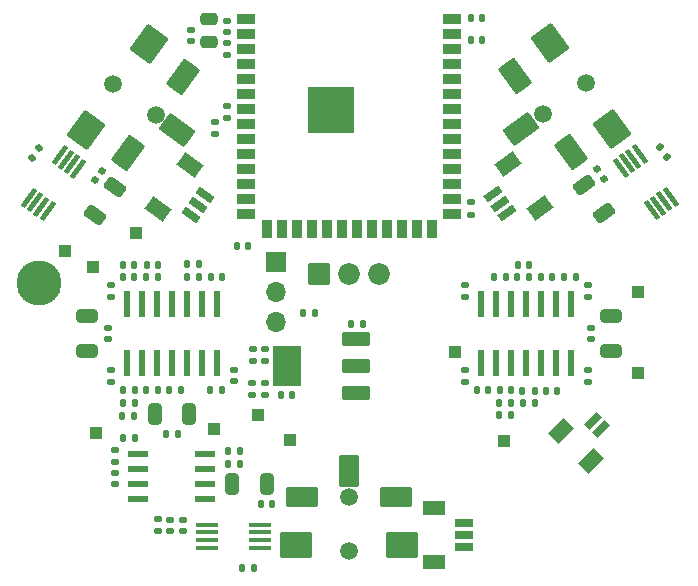
<source format=gbr>
%TF.GenerationSoftware,KiCad,Pcbnew,8.0.6*%
%TF.CreationDate,2024-11-01T20:33:52-04:00*%
%TF.ProjectId,FlexGlO,466c6578-476c-44f2-9e6b-696361645f70,rev?*%
%TF.SameCoordinates,Original*%
%TF.FileFunction,Soldermask,Top*%
%TF.FilePolarity,Negative*%
%FSLAX46Y46*%
G04 Gerber Fmt 4.6, Leading zero omitted, Abs format (unit mm)*
G04 Created by KiCad (PCBNEW 8.0.6) date 2024-11-01 20:33:52*
%MOMM*%
%LPD*%
G01*
G04 APERTURE LIST*
G04 Aperture macros list*
%AMRoundRect*
0 Rectangle with rounded corners*
0 $1 Rounding radius*
0 $2 $3 $4 $5 $6 $7 $8 $9 X,Y pos of 4 corners*
0 Add a 4 corners polygon primitive as box body*
4,1,4,$2,$3,$4,$5,$6,$7,$8,$9,$2,$3,0*
0 Add four circle primitives for the rounded corners*
1,1,$1+$1,$2,$3*
1,1,$1+$1,$4,$5*
1,1,$1+$1,$6,$7*
1,1,$1+$1,$8,$9*
0 Add four rect primitives between the rounded corners*
20,1,$1+$1,$2,$3,$4,$5,0*
20,1,$1+$1,$4,$5,$6,$7,0*
20,1,$1+$1,$6,$7,$8,$9,0*
20,1,$1+$1,$8,$9,$2,$3,0*%
%AMRotRect*
0 Rectangle, with rotation*
0 The origin of the aperture is its center*
0 $1 length*
0 $2 width*
0 $3 Rotation angle, in degrees counterclockwise*
0 Add horizontal line*
21,1,$1,$2,0,0,$3*%
G04 Aperture macros list end*
%ADD10RotRect,1.828800X0.431800X54.000000*%
%ADD11R,1.663700X0.558800*%
%ADD12RoundRect,0.135000X0.185000X-0.135000X0.185000X0.135000X-0.185000X0.135000X-0.185000X-0.135000X0*%
%ADD13C,1.500000*%
%ADD14RoundRect,0.102000X0.570432X1.341494X-1.452110X-0.127969X-0.570432X-1.341494X1.452110X0.127969X0*%
%ADD15RoundRect,0.102000X-0.127969X1.452110X-1.341494X0.570432X0.127969X-1.452110X1.341494X-0.570432X0*%
%ADD16RoundRect,0.102000X0.074285X1.599056X-1.543749X0.423486X-0.074285X-1.599056X1.543749X-0.423486X0*%
%ADD17RoundRect,0.250000X0.716891X0.119130X0.334831X0.644991X-0.716891X-0.119130X-0.334831X-0.644991X0*%
%ADD18RoundRect,0.135000X-0.135000X-0.185000X0.135000X-0.185000X0.135000X0.185000X-0.135000X0.185000X0*%
%ADD19RoundRect,0.135000X-0.185000X0.135000X-0.185000X-0.135000X0.185000X-0.135000X0.185000X0.135000X0*%
%ADD20RoundRect,0.140000X0.170000X-0.140000X0.170000X0.140000X-0.170000X0.140000X-0.170000X-0.140000X0*%
%ADD21C,2.600000*%
%ADD22C,3.800000*%
%ADD23RotRect,0.660400X1.549400X126.000000*%
%ADD24RotRect,1.905000X1.295400X216.000000*%
%ADD25R,1.000000X1.000000*%
%ADD26RoundRect,0.140000X-0.170000X0.140000X-0.170000X-0.140000X0.170000X-0.140000X0.170000X0.140000X0*%
%ADD27RoundRect,0.135000X0.135000X0.185000X-0.135000X0.185000X-0.135000X-0.185000X0.135000X-0.185000X0*%
%ADD28RoundRect,0.140000X0.140000X0.170000X-0.140000X0.170000X-0.140000X-0.170000X0.140000X-0.170000X0*%
%ADD29RoundRect,0.140000X-0.055243X0.213186X-0.219823X-0.013339X0.055243X-0.213186X0.219823X0.013339X0*%
%ADD30RoundRect,0.140000X-0.140000X-0.170000X0.140000X-0.170000X0.140000X0.170000X-0.140000X0.170000X0*%
%ADD31R,1.700000X1.700000*%
%ADD32O,1.700000X1.700000*%
%ADD33RoundRect,0.102000X0.750000X-1.250000X0.750000X1.250000X-0.750000X1.250000X-0.750000X-1.250000X0*%
%ADD34RoundRect,0.102000X1.250000X-0.750000X1.250000X0.750000X-1.250000X0.750000X-1.250000X-0.750000X0*%
%ADD35RoundRect,0.102000X1.250000X-1.000000X1.250000X1.000000X-1.250000X1.000000X-1.250000X-1.000000X0*%
%ADD36R,0.558800X2.286000*%
%ADD37RotRect,0.660400X1.549400X234.000000*%
%ADD38RotRect,1.905000X1.295400X324.000000*%
%ADD39RoundRect,0.135000X-0.229019X0.000477X-0.070317X-0.217958X0.229019X-0.000477X0.070317X0.217958X0*%
%ADD40RoundRect,0.250000X-0.334831X0.644991X-0.716891X0.119130X0.334831X-0.644991X0.716891X-0.119130X0*%
%ADD41RoundRect,0.250000X-0.475000X0.250000X-0.475000X-0.250000X0.475000X-0.250000X0.475000X0.250000X0*%
%ADD42RoundRect,0.250000X-0.325000X-0.650000X0.325000X-0.650000X0.325000X0.650000X-0.325000X0.650000X0*%
%ADD43RoundRect,0.250000X0.650000X-0.325000X0.650000X0.325000X-0.650000X0.325000X-0.650000X-0.325000X0*%
%ADD44RoundRect,0.102000X-0.817500X-0.817500X0.817500X-0.817500X0.817500X0.817500X-0.817500X0.817500X0*%
%ADD45C,1.839000*%
%ADD46RotRect,1.828800X0.431800X306.000000*%
%ADD47R,1.500000X0.900000*%
%ADD48R,0.900000X1.500000*%
%ADD49C,0.600000*%
%ADD50R,3.900000X3.900000*%
%ADD51RotRect,0.660400X1.549400X315.000000*%
%ADD52RotRect,1.905000X1.295400X45.000000*%
%ADD53R,1.828800X0.431800*%
%ADD54RoundRect,0.135000X0.070317X-0.217958X0.229019X0.000477X-0.070317X0.217958X-0.229019X-0.000477X0*%
%ADD55RoundRect,0.102000X1.075000X0.475000X-1.075000X0.475000X-1.075000X-0.475000X1.075000X-0.475000X0*%
%ADD56RoundRect,0.102000X1.075000X1.625000X-1.075000X1.625000X-1.075000X-1.625000X1.075000X-1.625000X0*%
%ADD57RoundRect,0.250000X-0.650000X0.325000X-0.650000X-0.325000X0.650000X-0.325000X0.650000X0.325000X0*%
%ADD58R,1.549400X0.660400*%
%ADD59R,1.905000X1.295400*%
%ADD60RoundRect,0.140000X0.219823X-0.013339X0.055243X0.213186X-0.219823X0.013339X-0.055243X-0.213186X0*%
%ADD61RoundRect,0.102000X-1.452110X0.127969X0.570432X-1.341494X1.452110X-0.127969X-0.570432X1.341494X0*%
%ADD62RoundRect,0.102000X-1.341494X-0.570432X-0.127969X-1.452110X1.341494X0.570432X0.127969X1.452110X0*%
%ADD63RoundRect,0.102000X-1.543749X-0.423486X0.074285X-1.599056X1.543749X0.423486X-0.074285X1.599056X0*%
G04 APERTURE END LIST*
D10*
%TO.C,I_AMP1*%
X92887295Y-95246080D03*
X93413154Y-95628139D03*
X93939017Y-96010201D03*
X94464876Y-96392260D03*
X97077581Y-92796180D03*
X96551722Y-92414121D03*
X96025859Y-92032059D03*
X95500000Y-91650000D03*
%TD*%
D11*
%TO.C,DUAL_AMP1*%
X107800000Y-120795000D03*
X107800000Y-119525000D03*
X107800000Y-118255000D03*
X107800000Y-116985000D03*
X102148500Y-116985000D03*
X102148500Y-118255000D03*
X102148500Y-119525000D03*
X102148500Y-120795000D03*
%TD*%
D12*
%TO.C,R_K_H1*%
X103825000Y-123500000D03*
X103825000Y-122480000D03*
%TD*%
D13*
%TO.C,JACK2*%
X140035865Y-85507450D03*
X136395288Y-88152483D03*
D14*
X134575000Y-89475000D03*
D15*
X134044146Y-84916416D03*
X138746430Y-91388552D03*
D16*
X136986322Y-82160766D03*
X142276390Y-89441919D03*
%TD*%
D17*
%TO.C,C_I_D4*%
X141591983Y-96543300D03*
X139858017Y-94156700D03*
%TD*%
D18*
%TO.C,R_M_L2*%
X106280000Y-101950000D03*
X107300000Y-101950000D03*
%TD*%
D19*
%TO.C,R_F_D1*%
X112900000Y-108080000D03*
X112900000Y-109100000D03*
%TD*%
D12*
%TO.C,R_M_H1*%
X99825000Y-103670000D03*
X99825000Y-102650000D03*
%TD*%
%TO.C,R_M_N4*%
X140225000Y-103700000D03*
X140225000Y-102680000D03*
%TD*%
D20*
%TO.C,C_ESP_D1*%
X109675000Y-81210000D03*
X109675000Y-80250000D03*
%TD*%
D18*
%TO.C,R_M_Q3*%
X134230000Y-101975000D03*
X135250000Y-101975000D03*
%TD*%
D21*
%TO.C,H1*%
X93750000Y-102500000D03*
D22*
X93750000Y-102500000D03*
%TD*%
D23*
%TO.C,JST_3P2*%
X132206614Y-94955575D03*
X132794400Y-95764592D03*
X133382186Y-96573610D03*
D24*
X136189073Y-96141174D03*
X133485261Y-92419696D03*
%TD*%
D25*
%TO.C,T_I1*%
X101950000Y-98275000D03*
%TD*%
D12*
%TO.C,R_M_N2*%
X99800000Y-110885000D03*
X99800000Y-109865000D03*
%TD*%
D20*
%TO.C,C_ADC_F3*%
X108675000Y-89835000D03*
X108675000Y-88875000D03*
%TD*%
D26*
%TO.C,C_K_L2*%
X100150000Y-118565000D03*
X100150000Y-119525000D03*
%TD*%
D18*
%TO.C,R_M_O2*%
X108225000Y-111550000D03*
X109245000Y-111550000D03*
%TD*%
D27*
%TO.C,R_M_N1*%
X101850000Y-111575000D03*
X100830000Y-111575000D03*
%TD*%
D28*
%TO.C,C_M_L2*%
X103825000Y-100925000D03*
X102865000Y-100925000D03*
%TD*%
D29*
%TO.C,C_I_D1*%
X99075000Y-93000000D03*
X98510726Y-93776656D03*
%TD*%
D28*
%TO.C,C_M_H4*%
X131775000Y-111550000D03*
X130815000Y-111550000D03*
%TD*%
D30*
%TO.C,C_ADC_F2*%
X130315000Y-80075000D03*
X131275000Y-80075000D03*
%TD*%
D31*
%TO.C,USB_RAW1*%
X113800000Y-100700000D03*
D32*
X113800000Y-103240000D03*
X113800000Y-105780000D03*
%TD*%
D18*
%TO.C,R_M_H4*%
X134680000Y-111600000D03*
X135700000Y-111600000D03*
%TD*%
D30*
%TO.C,C_M_L1*%
X108265000Y-101975000D03*
X109225000Y-101975000D03*
%TD*%
D13*
%TO.C,JACK3*%
X119999999Y-125125000D03*
X119999999Y-120624999D03*
D33*
X120000000Y-118374999D03*
D34*
X124000000Y-120625000D03*
X116000000Y-120625000D03*
D35*
X124499999Y-124624999D03*
X115499999Y-124624999D03*
%TD*%
D20*
%TO.C,C_M_L3*%
X129800000Y-110830000D03*
X129800000Y-109870000D03*
%TD*%
D36*
%TO.C,QUAD_AMP2*%
X138820000Y-104250000D03*
X137550000Y-104250000D03*
X136280000Y-104250000D03*
X135010000Y-104250000D03*
X133740000Y-104250000D03*
X132470000Y-104250000D03*
X131200000Y-104250000D03*
X131200000Y-109279200D03*
X132470000Y-109279200D03*
X133740000Y-109279200D03*
X135010000Y-109279200D03*
X136280000Y-109279200D03*
X137550000Y-109279200D03*
X138820000Y-109279200D03*
%TD*%
D37*
%TO.C,JST_3P1*%
X106653075Y-96678914D03*
X107240861Y-95869896D03*
X107828647Y-95060879D03*
D38*
X106550000Y-92525000D03*
X103846188Y-96246478D03*
%TD*%
D27*
%TO.C,R_M_Q2*%
X101800000Y-113725000D03*
X100780000Y-113725000D03*
%TD*%
D25*
%TO.C,T_LP1*%
X95975000Y-99725000D03*
%TD*%
D19*
%TO.C,R_F_D2*%
X112875000Y-110975000D03*
X112875000Y-111995000D03*
%TD*%
D27*
%TO.C,R_M_O4*%
X139200000Y-101975000D03*
X138180000Y-101975000D03*
%TD*%
D39*
%TO.C,R_I_G2*%
X146300460Y-90974802D03*
X146900000Y-91800000D03*
%TD*%
D20*
%TO.C,C_K_H1*%
X105950000Y-123475000D03*
X105950000Y-122515000D03*
%TD*%
D40*
%TO.C,C_I_D2*%
X100200000Y-94325000D03*
X98466034Y-96711600D03*
%TD*%
D27*
%TO.C,R_M_L4*%
X133735000Y-112625000D03*
X132715000Y-112625000D03*
%TD*%
D26*
%TO.C,C_M_D1*%
X99550000Y-106295000D03*
X99550000Y-107255000D03*
%TD*%
D30*
%TO.C,C_M_O1*%
X102845000Y-111575000D03*
X103805000Y-111575000D03*
%TD*%
D28*
%TO.C,C_ADC_F1*%
X131255000Y-81925000D03*
X130295000Y-81925000D03*
%TD*%
D41*
%TO.C,C_ESP_D2*%
X108125000Y-80150000D03*
X108125000Y-82050000D03*
%TD*%
D42*
%TO.C,C_I_D6*%
X110125000Y-119500000D03*
X113075000Y-119500000D03*
%TD*%
D12*
%TO.C,R_K_L2*%
X100150000Y-117610000D03*
X100150000Y-116590000D03*
%TD*%
D18*
%TO.C,R_K_H2*%
X109765000Y-116700000D03*
X110785000Y-116700000D03*
%TD*%
D28*
%TO.C,C_K_D1*%
X105475000Y-115275000D03*
X104515000Y-115275000D03*
%TD*%
%TO.C,C_K_L1*%
X101855000Y-115575000D03*
X100895000Y-115575000D03*
%TD*%
D43*
%TO.C,C_M_D2*%
X97850000Y-108250000D03*
X97850000Y-105300000D03*
%TD*%
D44*
%TO.C,S1*%
X117460000Y-101700000D03*
D45*
X120000000Y-101700000D03*
X122540000Y-101700000D03*
%TD*%
D25*
%TO.C,T_HP3*%
X98575000Y-115150000D03*
%TD*%
D46*
%TO.C,I_AMP2*%
X144600000Y-91575000D03*
X144074141Y-91957059D03*
X143548278Y-92339121D03*
X143022419Y-92721180D03*
X145635124Y-96317260D03*
X146160983Y-95935201D03*
X146686846Y-95553139D03*
X147212705Y-95171080D03*
%TD*%
D27*
%TO.C,R_I_G3*%
X111925000Y-126625000D03*
X110905000Y-126625000D03*
%TD*%
D30*
%TO.C,C_LDO1*%
X120190000Y-105950000D03*
X121150000Y-105950000D03*
%TD*%
D47*
%TO.C,ESP1*%
X111250000Y-80100000D03*
X111250000Y-81370000D03*
X111250000Y-82640000D03*
X111250000Y-83910000D03*
X111250000Y-85180000D03*
X111250000Y-86450000D03*
X111250000Y-87720000D03*
X111250000Y-88990000D03*
X111250000Y-90260000D03*
X111250000Y-91530000D03*
X111250000Y-92800000D03*
X111250000Y-94070000D03*
X111250000Y-95340000D03*
X111250000Y-96610000D03*
D48*
X113015000Y-97860000D03*
X114285000Y-97860000D03*
X115555000Y-97860000D03*
X116825000Y-97860000D03*
X118095000Y-97860000D03*
X119365000Y-97860000D03*
X120635000Y-97860000D03*
X121905000Y-97860000D03*
X123175000Y-97860000D03*
X124445000Y-97860000D03*
X125715000Y-97860000D03*
X126985000Y-97860000D03*
D47*
X128750000Y-96610000D03*
X128750000Y-95340000D03*
X128750000Y-94070000D03*
X128750000Y-92800000D03*
X128750000Y-91530000D03*
X128750000Y-90260000D03*
X128750000Y-88990000D03*
X128750000Y-87720000D03*
X128750000Y-86450000D03*
X128750000Y-85180000D03*
X128750000Y-83910000D03*
X128750000Y-82640000D03*
X128750000Y-81370000D03*
X128750000Y-80100000D03*
D49*
X117100000Y-87120000D03*
X117100000Y-88520000D03*
X117800000Y-86420000D03*
X117800000Y-87820000D03*
X117800000Y-89220000D03*
X118500000Y-87120000D03*
D50*
X118500000Y-87820000D03*
D49*
X118500000Y-88520000D03*
X119200000Y-86420000D03*
X119200000Y-87820000D03*
X119200000Y-89220000D03*
X119900000Y-87120000D03*
X119900000Y-88520000D03*
%TD*%
D19*
%TO.C,R_I_D2*%
X111800000Y-110975000D03*
X111800000Y-111995000D03*
%TD*%
D18*
%TO.C,R_M_Q1*%
X100830000Y-112675000D03*
X101850000Y-112675000D03*
%TD*%
D12*
%TO.C,R_ESP_PU1*%
X109675000Y-83160000D03*
X109675000Y-82140000D03*
%TD*%
D28*
%TO.C,C_M_H2*%
X101825000Y-101975000D03*
X100865000Y-101975000D03*
%TD*%
D25*
%TO.C,T_N1*%
X112325000Y-113650000D03*
%TD*%
D19*
%TO.C,R_ESP_PU4*%
X130300000Y-95655000D03*
X130300000Y-96675000D03*
%TD*%
D25*
%TO.C,T_BP1*%
X98275000Y-101150000D03*
%TD*%
D28*
%TO.C,C_M_L4*%
X133700000Y-111575000D03*
X132740000Y-111575000D03*
%TD*%
D26*
%TO.C,C_K_H2*%
X104875000Y-122500000D03*
X104875000Y-123460000D03*
%TD*%
D25*
%TO.C,T_N2*%
X144425000Y-103250000D03*
%TD*%
D30*
%TO.C,C_I_D5*%
X112515000Y-121200000D03*
X113475000Y-121200000D03*
%TD*%
D51*
%TO.C,JST_2P1*%
X140617895Y-114142895D03*
X141325000Y-114850000D03*
D52*
X137913212Y-115009100D03*
X140458795Y-117554683D03*
%TD*%
D30*
%TO.C,C_ESP_USB1*%
X116115000Y-105025000D03*
X117075000Y-105025000D03*
%TD*%
D20*
%TO.C,C_ADC_F4*%
X109700000Y-88485000D03*
X109700000Y-87525000D03*
%TD*%
D36*
%TO.C,QUAD_AMP1*%
X101230000Y-109279200D03*
X102500000Y-109279200D03*
X103770000Y-109279200D03*
X105040000Y-109279200D03*
X106310000Y-109279200D03*
X107580000Y-109279200D03*
X108850000Y-109279200D03*
X108850000Y-104250000D03*
X107580000Y-104250000D03*
X106310000Y-104250000D03*
X105040000Y-104250000D03*
X103770000Y-104250000D03*
X102500000Y-104250000D03*
X101230000Y-104250000D03*
%TD*%
D26*
%TO.C,C_ESP_D3*%
X106600000Y-81065000D03*
X106600000Y-82025000D03*
%TD*%
D19*
%TO.C,R_I_D1*%
X111850000Y-108075000D03*
X111850000Y-109095000D03*
%TD*%
D28*
%TO.C,C_M_O3*%
X135225000Y-100925000D03*
X134265000Y-100925000D03*
%TD*%
D25*
%TO.C,T_BP3*%
X108550000Y-114850000D03*
%TD*%
D27*
%TO.C,R_M_H2*%
X103850000Y-101975000D03*
X102830000Y-101975000D03*
%TD*%
%TO.C,R_K_L1*%
X110770000Y-117775000D03*
X109750000Y-117775000D03*
%TD*%
D25*
%TO.C,T_I2*%
X133150000Y-115850000D03*
%TD*%
D53*
%TO.C,I_AMP3*%
X112425000Y-124875000D03*
X112425000Y-124225002D03*
X112425000Y-123575000D03*
X112425000Y-122925002D03*
X107980000Y-122925002D03*
X107980000Y-123575000D03*
X107980000Y-124225002D03*
X107980000Y-124875000D03*
%TD*%
D54*
%TO.C,R_I_G1*%
X93125230Y-91887599D03*
X93724770Y-91062401D03*
%TD*%
D25*
%TO.C,T_LP2*%
X128975000Y-108325000D03*
%TD*%
D42*
%TO.C,C_K_D2*%
X103525000Y-113575000D03*
X106475000Y-113575000D03*
%TD*%
D25*
%TO.C,T_I3*%
X115000000Y-115800000D03*
%TD*%
D55*
%TO.C,LDO1*%
X120575000Y-111825000D03*
X120575000Y-109525000D03*
X120575000Y-107225000D03*
D56*
X114775000Y-109525000D03*
%TD*%
D18*
%TO.C,R_M_O1*%
X104780000Y-111575000D03*
X105800000Y-111575000D03*
%TD*%
D57*
%TO.C,C_M_D4*%
X142200000Y-105275000D03*
X142200000Y-108225000D03*
%TD*%
D26*
%TO.C,C_M_O2*%
X110250000Y-109850000D03*
X110250000Y-110810000D03*
%TD*%
D30*
%TO.C,C_M_O4*%
X136250000Y-101975000D03*
X137210000Y-101975000D03*
%TD*%
D18*
%TO.C,R_M_L3*%
X132705000Y-113675000D03*
X133725000Y-113675000D03*
%TD*%
D30*
%TO.C,C_ESP_USB2*%
X110515000Y-99375000D03*
X111475000Y-99375000D03*
%TD*%
D58*
%TO.C,JST_3P3*%
X129699999Y-124825001D03*
X129699999Y-123825000D03*
X129699999Y-122824999D03*
D59*
X127175000Y-121525000D03*
X127175000Y-126125000D03*
%TD*%
D30*
%TO.C,C_M_H3*%
X136675000Y-111625000D03*
X137635000Y-111625000D03*
%TD*%
D60*
%TO.C,C_I_D3*%
X141557137Y-93638328D03*
X140992863Y-92861672D03*
%TD*%
D27*
%TO.C,R_M_L1*%
X107300000Y-100900000D03*
X106280000Y-100900000D03*
%TD*%
D19*
%TO.C,R_M_H3*%
X140225000Y-109850000D03*
X140225000Y-110870000D03*
%TD*%
%TO.C,R_M_O3*%
X129775000Y-102665000D03*
X129775000Y-103685000D03*
%TD*%
D25*
%TO.C,T_BP2*%
X144450000Y-110075000D03*
%TD*%
D30*
%TO.C,C_M_H1*%
X100840000Y-100950000D03*
X101800000Y-100950000D03*
%TD*%
D13*
%TO.C,JACK1*%
X99983282Y-85591035D03*
X103623859Y-88236068D03*
D61*
X105444147Y-89558585D03*
D62*
X101272718Y-91472136D03*
X105975000Y-85000000D03*
D63*
X97742757Y-89525504D03*
X103032824Y-82244351D03*
%TD*%
D18*
%TO.C,R_M_N3*%
X132230000Y-101975000D03*
X133250000Y-101975000D03*
%TD*%
D27*
%TO.C,R_M_Q4*%
X135720000Y-112650000D03*
X134700000Y-112650000D03*
%TD*%
D30*
%TO.C,C_LDO2*%
X114215000Y-111950000D03*
X115175000Y-111950000D03*
%TD*%
D20*
%TO.C,C_M_D3*%
X140500000Y-107230000D03*
X140500000Y-106270000D03*
%TD*%
M02*

</source>
